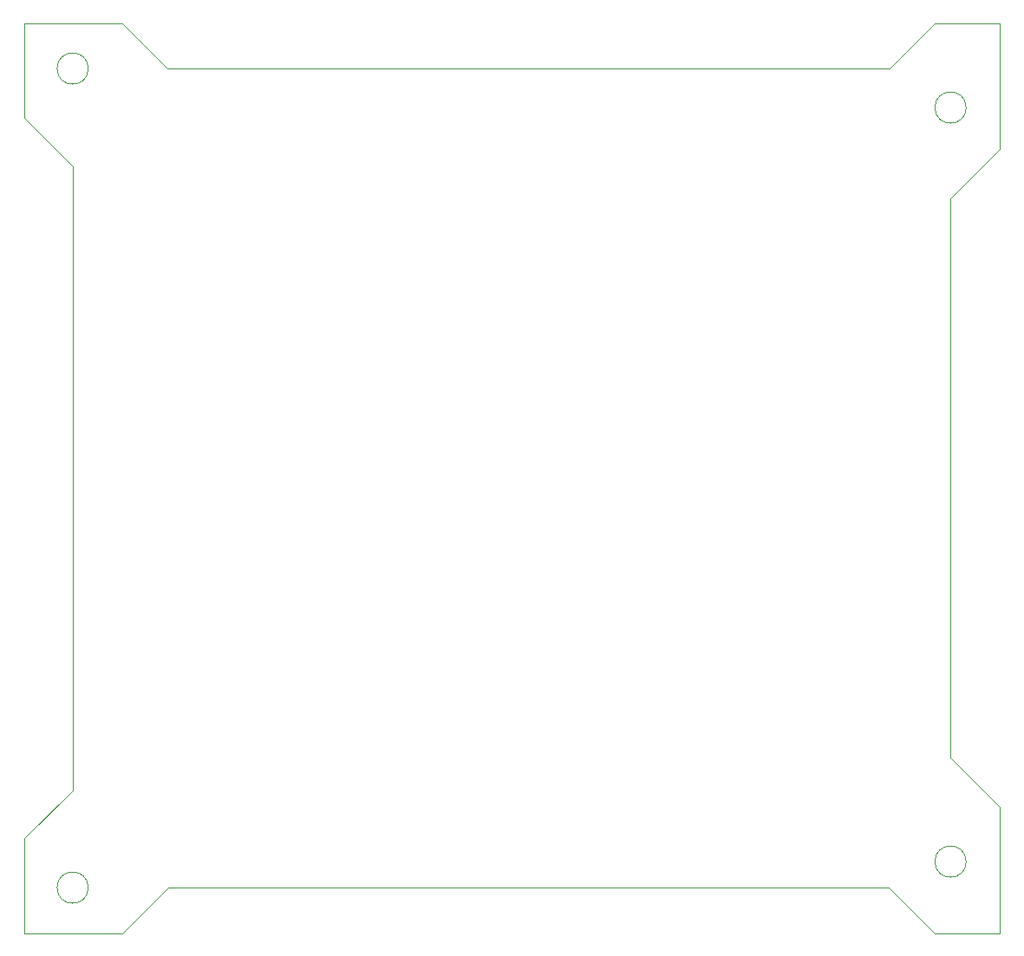
<source format=gbr>
G04 #@! TF.GenerationSoftware,KiCad,Pcbnew,(5.1.4-0-10_14)*
G04 #@! TF.CreationDate,2020-01-18T12:34:28-08:00*
G04 #@! TF.ProjectId,Board,426f6172-642e-46b6-9963-61645f706362,v1.0*
G04 #@! TF.SameCoordinates,Original*
G04 #@! TF.FileFunction,Profile,NP*
%FSLAX46Y46*%
G04 Gerber Fmt 4.6, Leading zero omitted, Abs format (unit mm)*
G04 Created by KiCad (PCBNEW (5.1.4-0-10_14)) date 2020-01-18 12:34:28*
%MOMM*%
%LPD*%
G04 APERTURE LIST*
%ADD10C,0.025400*%
%ADD11C,0.050000*%
G04 APERTURE END LIST*
D10*
X114274600Y-114300000D02*
X120650000Y-114300000D01*
X34950400Y-114300000D02*
X25400000Y-114300000D01*
X39395400Y-109855000D02*
X109829600Y-109855000D01*
X39395400Y-109855000D02*
X34950400Y-114300000D01*
X109829600Y-109855000D02*
X114274600Y-114300000D01*
X120650000Y-114300000D02*
X120650000Y-101955600D01*
X120650000Y-37744400D02*
X120650000Y-25400000D01*
X115824000Y-97129600D02*
X120650000Y-101955600D01*
X115824000Y-42570400D02*
X115824000Y-97129600D01*
X115824000Y-42570400D02*
X120650000Y-37744400D01*
X25400000Y-105029000D02*
X25400000Y-114300000D01*
X114325400Y-25400000D02*
X120650000Y-25400000D01*
X34925000Y-25400000D02*
X25400000Y-25400000D01*
X109855000Y-29870400D02*
X39370000Y-29845000D01*
X114300000Y-25425400D02*
X114325400Y-25400000D01*
X109855000Y-29870400D02*
X114300000Y-25425400D01*
X25400000Y-25400000D02*
X25400000Y-34671000D01*
X30099000Y-39370000D02*
X30099000Y-100330000D01*
X30099000Y-100330000D02*
X25400000Y-105029000D01*
X30099000Y-39370000D02*
X25400000Y-34671000D01*
X39370000Y-29845000D02*
X34925000Y-25400000D01*
D11*
X117348000Y-33655000D02*
G75*
G03X117348000Y-33655000I-1524000J0D01*
G01*
X31623000Y-109855000D02*
G75*
G03X31623000Y-109855000I-1524000J0D01*
G01*
X117348000Y-107315000D02*
G75*
G03X117348000Y-107315000I-1524000J0D01*
G01*
X31623000Y-29845000D02*
G75*
G03X31623000Y-29845000I-1524000J0D01*
G01*
M02*

</source>
